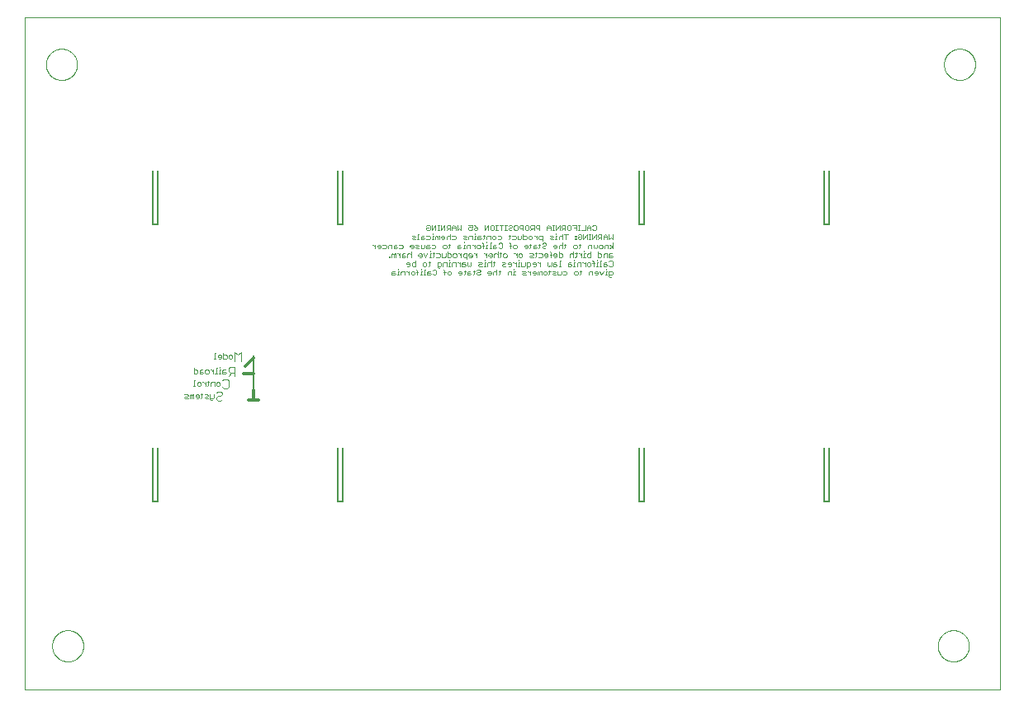
<source format=gbo>
G75*
%MOIN*%
%OFA0B0*%
%FSLAX25Y25*%
%IPPOS*%
%LPD*%
%AMOC8*
5,1,8,0,0,1.08239X$1,22.5*
%
%ADD10C,0.00000*%
%ADD11C,0.00800*%
%ADD12C,0.01200*%
%ADD13C,0.00500*%
%ADD14C,0.00300*%
%ADD15C,0.00200*%
D10*
X0001800Y0001800D02*
X0001800Y0273454D01*
X0395501Y0273454D01*
X0395501Y0001800D01*
X0001800Y0001800D01*
X0013001Y0019300D02*
X0013003Y0019458D01*
X0013009Y0019616D01*
X0013019Y0019774D01*
X0013033Y0019932D01*
X0013051Y0020089D01*
X0013072Y0020246D01*
X0013098Y0020402D01*
X0013128Y0020558D01*
X0013161Y0020713D01*
X0013199Y0020866D01*
X0013240Y0021019D01*
X0013285Y0021171D01*
X0013334Y0021322D01*
X0013387Y0021471D01*
X0013443Y0021619D01*
X0013503Y0021765D01*
X0013567Y0021910D01*
X0013635Y0022053D01*
X0013706Y0022195D01*
X0013780Y0022335D01*
X0013858Y0022472D01*
X0013940Y0022608D01*
X0014024Y0022742D01*
X0014113Y0022873D01*
X0014204Y0023002D01*
X0014299Y0023129D01*
X0014396Y0023254D01*
X0014497Y0023376D01*
X0014601Y0023495D01*
X0014708Y0023612D01*
X0014818Y0023726D01*
X0014931Y0023837D01*
X0015046Y0023946D01*
X0015164Y0024051D01*
X0015285Y0024153D01*
X0015408Y0024253D01*
X0015534Y0024349D01*
X0015662Y0024442D01*
X0015792Y0024532D01*
X0015925Y0024618D01*
X0016060Y0024702D01*
X0016196Y0024781D01*
X0016335Y0024858D01*
X0016476Y0024930D01*
X0016618Y0025000D01*
X0016762Y0025065D01*
X0016908Y0025127D01*
X0017055Y0025185D01*
X0017204Y0025240D01*
X0017354Y0025291D01*
X0017505Y0025338D01*
X0017657Y0025381D01*
X0017810Y0025420D01*
X0017965Y0025456D01*
X0018120Y0025487D01*
X0018276Y0025515D01*
X0018432Y0025539D01*
X0018589Y0025559D01*
X0018747Y0025575D01*
X0018904Y0025587D01*
X0019063Y0025595D01*
X0019221Y0025599D01*
X0019379Y0025599D01*
X0019537Y0025595D01*
X0019696Y0025587D01*
X0019853Y0025575D01*
X0020011Y0025559D01*
X0020168Y0025539D01*
X0020324Y0025515D01*
X0020480Y0025487D01*
X0020635Y0025456D01*
X0020790Y0025420D01*
X0020943Y0025381D01*
X0021095Y0025338D01*
X0021246Y0025291D01*
X0021396Y0025240D01*
X0021545Y0025185D01*
X0021692Y0025127D01*
X0021838Y0025065D01*
X0021982Y0025000D01*
X0022124Y0024930D01*
X0022265Y0024858D01*
X0022404Y0024781D01*
X0022540Y0024702D01*
X0022675Y0024618D01*
X0022808Y0024532D01*
X0022938Y0024442D01*
X0023066Y0024349D01*
X0023192Y0024253D01*
X0023315Y0024153D01*
X0023436Y0024051D01*
X0023554Y0023946D01*
X0023669Y0023837D01*
X0023782Y0023726D01*
X0023892Y0023612D01*
X0023999Y0023495D01*
X0024103Y0023376D01*
X0024204Y0023254D01*
X0024301Y0023129D01*
X0024396Y0023002D01*
X0024487Y0022873D01*
X0024576Y0022742D01*
X0024660Y0022608D01*
X0024742Y0022472D01*
X0024820Y0022335D01*
X0024894Y0022195D01*
X0024965Y0022053D01*
X0025033Y0021910D01*
X0025097Y0021765D01*
X0025157Y0021619D01*
X0025213Y0021471D01*
X0025266Y0021322D01*
X0025315Y0021171D01*
X0025360Y0021019D01*
X0025401Y0020866D01*
X0025439Y0020713D01*
X0025472Y0020558D01*
X0025502Y0020402D01*
X0025528Y0020246D01*
X0025549Y0020089D01*
X0025567Y0019932D01*
X0025581Y0019774D01*
X0025591Y0019616D01*
X0025597Y0019458D01*
X0025599Y0019300D01*
X0025597Y0019142D01*
X0025591Y0018984D01*
X0025581Y0018826D01*
X0025567Y0018668D01*
X0025549Y0018511D01*
X0025528Y0018354D01*
X0025502Y0018198D01*
X0025472Y0018042D01*
X0025439Y0017887D01*
X0025401Y0017734D01*
X0025360Y0017581D01*
X0025315Y0017429D01*
X0025266Y0017278D01*
X0025213Y0017129D01*
X0025157Y0016981D01*
X0025097Y0016835D01*
X0025033Y0016690D01*
X0024965Y0016547D01*
X0024894Y0016405D01*
X0024820Y0016265D01*
X0024742Y0016128D01*
X0024660Y0015992D01*
X0024576Y0015858D01*
X0024487Y0015727D01*
X0024396Y0015598D01*
X0024301Y0015471D01*
X0024204Y0015346D01*
X0024103Y0015224D01*
X0023999Y0015105D01*
X0023892Y0014988D01*
X0023782Y0014874D01*
X0023669Y0014763D01*
X0023554Y0014654D01*
X0023436Y0014549D01*
X0023315Y0014447D01*
X0023192Y0014347D01*
X0023066Y0014251D01*
X0022938Y0014158D01*
X0022808Y0014068D01*
X0022675Y0013982D01*
X0022540Y0013898D01*
X0022404Y0013819D01*
X0022265Y0013742D01*
X0022124Y0013670D01*
X0021982Y0013600D01*
X0021838Y0013535D01*
X0021692Y0013473D01*
X0021545Y0013415D01*
X0021396Y0013360D01*
X0021246Y0013309D01*
X0021095Y0013262D01*
X0020943Y0013219D01*
X0020790Y0013180D01*
X0020635Y0013144D01*
X0020480Y0013113D01*
X0020324Y0013085D01*
X0020168Y0013061D01*
X0020011Y0013041D01*
X0019853Y0013025D01*
X0019696Y0013013D01*
X0019537Y0013005D01*
X0019379Y0013001D01*
X0019221Y0013001D01*
X0019063Y0013005D01*
X0018904Y0013013D01*
X0018747Y0013025D01*
X0018589Y0013041D01*
X0018432Y0013061D01*
X0018276Y0013085D01*
X0018120Y0013113D01*
X0017965Y0013144D01*
X0017810Y0013180D01*
X0017657Y0013219D01*
X0017505Y0013262D01*
X0017354Y0013309D01*
X0017204Y0013360D01*
X0017055Y0013415D01*
X0016908Y0013473D01*
X0016762Y0013535D01*
X0016618Y0013600D01*
X0016476Y0013670D01*
X0016335Y0013742D01*
X0016196Y0013819D01*
X0016060Y0013898D01*
X0015925Y0013982D01*
X0015792Y0014068D01*
X0015662Y0014158D01*
X0015534Y0014251D01*
X0015408Y0014347D01*
X0015285Y0014447D01*
X0015164Y0014549D01*
X0015046Y0014654D01*
X0014931Y0014763D01*
X0014818Y0014874D01*
X0014708Y0014988D01*
X0014601Y0015105D01*
X0014497Y0015224D01*
X0014396Y0015346D01*
X0014299Y0015471D01*
X0014204Y0015598D01*
X0014113Y0015727D01*
X0014024Y0015858D01*
X0013940Y0015992D01*
X0013858Y0016128D01*
X0013780Y0016265D01*
X0013706Y0016405D01*
X0013635Y0016547D01*
X0013567Y0016690D01*
X0013503Y0016835D01*
X0013443Y0016981D01*
X0013387Y0017129D01*
X0013334Y0017278D01*
X0013285Y0017429D01*
X0013240Y0017581D01*
X0013199Y0017734D01*
X0013161Y0017887D01*
X0013128Y0018042D01*
X0013098Y0018198D01*
X0013072Y0018354D01*
X0013051Y0018511D01*
X0013033Y0018668D01*
X0013019Y0018826D01*
X0013009Y0018984D01*
X0013003Y0019142D01*
X0013001Y0019300D01*
X0010501Y0254300D02*
X0010503Y0254458D01*
X0010509Y0254616D01*
X0010519Y0254774D01*
X0010533Y0254932D01*
X0010551Y0255089D01*
X0010572Y0255246D01*
X0010598Y0255402D01*
X0010628Y0255558D01*
X0010661Y0255713D01*
X0010699Y0255866D01*
X0010740Y0256019D01*
X0010785Y0256171D01*
X0010834Y0256322D01*
X0010887Y0256471D01*
X0010943Y0256619D01*
X0011003Y0256765D01*
X0011067Y0256910D01*
X0011135Y0257053D01*
X0011206Y0257195D01*
X0011280Y0257335D01*
X0011358Y0257472D01*
X0011440Y0257608D01*
X0011524Y0257742D01*
X0011613Y0257873D01*
X0011704Y0258002D01*
X0011799Y0258129D01*
X0011896Y0258254D01*
X0011997Y0258376D01*
X0012101Y0258495D01*
X0012208Y0258612D01*
X0012318Y0258726D01*
X0012431Y0258837D01*
X0012546Y0258946D01*
X0012664Y0259051D01*
X0012785Y0259153D01*
X0012908Y0259253D01*
X0013034Y0259349D01*
X0013162Y0259442D01*
X0013292Y0259532D01*
X0013425Y0259618D01*
X0013560Y0259702D01*
X0013696Y0259781D01*
X0013835Y0259858D01*
X0013976Y0259930D01*
X0014118Y0260000D01*
X0014262Y0260065D01*
X0014408Y0260127D01*
X0014555Y0260185D01*
X0014704Y0260240D01*
X0014854Y0260291D01*
X0015005Y0260338D01*
X0015157Y0260381D01*
X0015310Y0260420D01*
X0015465Y0260456D01*
X0015620Y0260487D01*
X0015776Y0260515D01*
X0015932Y0260539D01*
X0016089Y0260559D01*
X0016247Y0260575D01*
X0016404Y0260587D01*
X0016563Y0260595D01*
X0016721Y0260599D01*
X0016879Y0260599D01*
X0017037Y0260595D01*
X0017196Y0260587D01*
X0017353Y0260575D01*
X0017511Y0260559D01*
X0017668Y0260539D01*
X0017824Y0260515D01*
X0017980Y0260487D01*
X0018135Y0260456D01*
X0018290Y0260420D01*
X0018443Y0260381D01*
X0018595Y0260338D01*
X0018746Y0260291D01*
X0018896Y0260240D01*
X0019045Y0260185D01*
X0019192Y0260127D01*
X0019338Y0260065D01*
X0019482Y0260000D01*
X0019624Y0259930D01*
X0019765Y0259858D01*
X0019904Y0259781D01*
X0020040Y0259702D01*
X0020175Y0259618D01*
X0020308Y0259532D01*
X0020438Y0259442D01*
X0020566Y0259349D01*
X0020692Y0259253D01*
X0020815Y0259153D01*
X0020936Y0259051D01*
X0021054Y0258946D01*
X0021169Y0258837D01*
X0021282Y0258726D01*
X0021392Y0258612D01*
X0021499Y0258495D01*
X0021603Y0258376D01*
X0021704Y0258254D01*
X0021801Y0258129D01*
X0021896Y0258002D01*
X0021987Y0257873D01*
X0022076Y0257742D01*
X0022160Y0257608D01*
X0022242Y0257472D01*
X0022320Y0257335D01*
X0022394Y0257195D01*
X0022465Y0257053D01*
X0022533Y0256910D01*
X0022597Y0256765D01*
X0022657Y0256619D01*
X0022713Y0256471D01*
X0022766Y0256322D01*
X0022815Y0256171D01*
X0022860Y0256019D01*
X0022901Y0255866D01*
X0022939Y0255713D01*
X0022972Y0255558D01*
X0023002Y0255402D01*
X0023028Y0255246D01*
X0023049Y0255089D01*
X0023067Y0254932D01*
X0023081Y0254774D01*
X0023091Y0254616D01*
X0023097Y0254458D01*
X0023099Y0254300D01*
X0023097Y0254142D01*
X0023091Y0253984D01*
X0023081Y0253826D01*
X0023067Y0253668D01*
X0023049Y0253511D01*
X0023028Y0253354D01*
X0023002Y0253198D01*
X0022972Y0253042D01*
X0022939Y0252887D01*
X0022901Y0252734D01*
X0022860Y0252581D01*
X0022815Y0252429D01*
X0022766Y0252278D01*
X0022713Y0252129D01*
X0022657Y0251981D01*
X0022597Y0251835D01*
X0022533Y0251690D01*
X0022465Y0251547D01*
X0022394Y0251405D01*
X0022320Y0251265D01*
X0022242Y0251128D01*
X0022160Y0250992D01*
X0022076Y0250858D01*
X0021987Y0250727D01*
X0021896Y0250598D01*
X0021801Y0250471D01*
X0021704Y0250346D01*
X0021603Y0250224D01*
X0021499Y0250105D01*
X0021392Y0249988D01*
X0021282Y0249874D01*
X0021169Y0249763D01*
X0021054Y0249654D01*
X0020936Y0249549D01*
X0020815Y0249447D01*
X0020692Y0249347D01*
X0020566Y0249251D01*
X0020438Y0249158D01*
X0020308Y0249068D01*
X0020175Y0248982D01*
X0020040Y0248898D01*
X0019904Y0248819D01*
X0019765Y0248742D01*
X0019624Y0248670D01*
X0019482Y0248600D01*
X0019338Y0248535D01*
X0019192Y0248473D01*
X0019045Y0248415D01*
X0018896Y0248360D01*
X0018746Y0248309D01*
X0018595Y0248262D01*
X0018443Y0248219D01*
X0018290Y0248180D01*
X0018135Y0248144D01*
X0017980Y0248113D01*
X0017824Y0248085D01*
X0017668Y0248061D01*
X0017511Y0248041D01*
X0017353Y0248025D01*
X0017196Y0248013D01*
X0017037Y0248005D01*
X0016879Y0248001D01*
X0016721Y0248001D01*
X0016563Y0248005D01*
X0016404Y0248013D01*
X0016247Y0248025D01*
X0016089Y0248041D01*
X0015932Y0248061D01*
X0015776Y0248085D01*
X0015620Y0248113D01*
X0015465Y0248144D01*
X0015310Y0248180D01*
X0015157Y0248219D01*
X0015005Y0248262D01*
X0014854Y0248309D01*
X0014704Y0248360D01*
X0014555Y0248415D01*
X0014408Y0248473D01*
X0014262Y0248535D01*
X0014118Y0248600D01*
X0013976Y0248670D01*
X0013835Y0248742D01*
X0013696Y0248819D01*
X0013560Y0248898D01*
X0013425Y0248982D01*
X0013292Y0249068D01*
X0013162Y0249158D01*
X0013034Y0249251D01*
X0012908Y0249347D01*
X0012785Y0249447D01*
X0012664Y0249549D01*
X0012546Y0249654D01*
X0012431Y0249763D01*
X0012318Y0249874D01*
X0012208Y0249988D01*
X0012101Y0250105D01*
X0011997Y0250224D01*
X0011896Y0250346D01*
X0011799Y0250471D01*
X0011704Y0250598D01*
X0011613Y0250727D01*
X0011524Y0250858D01*
X0011440Y0250992D01*
X0011358Y0251128D01*
X0011280Y0251265D01*
X0011206Y0251405D01*
X0011135Y0251547D01*
X0011067Y0251690D01*
X0011003Y0251835D01*
X0010943Y0251981D01*
X0010887Y0252129D01*
X0010834Y0252278D01*
X0010785Y0252429D01*
X0010740Y0252581D01*
X0010699Y0252734D01*
X0010661Y0252887D01*
X0010628Y0253042D01*
X0010598Y0253198D01*
X0010572Y0253354D01*
X0010551Y0253511D01*
X0010533Y0253668D01*
X0010519Y0253826D01*
X0010509Y0253984D01*
X0010503Y0254142D01*
X0010501Y0254300D01*
X0370501Y0019300D02*
X0370503Y0019458D01*
X0370509Y0019616D01*
X0370519Y0019774D01*
X0370533Y0019932D01*
X0370551Y0020089D01*
X0370572Y0020246D01*
X0370598Y0020402D01*
X0370628Y0020558D01*
X0370661Y0020713D01*
X0370699Y0020866D01*
X0370740Y0021019D01*
X0370785Y0021171D01*
X0370834Y0021322D01*
X0370887Y0021471D01*
X0370943Y0021619D01*
X0371003Y0021765D01*
X0371067Y0021910D01*
X0371135Y0022053D01*
X0371206Y0022195D01*
X0371280Y0022335D01*
X0371358Y0022472D01*
X0371440Y0022608D01*
X0371524Y0022742D01*
X0371613Y0022873D01*
X0371704Y0023002D01*
X0371799Y0023129D01*
X0371896Y0023254D01*
X0371997Y0023376D01*
X0372101Y0023495D01*
X0372208Y0023612D01*
X0372318Y0023726D01*
X0372431Y0023837D01*
X0372546Y0023946D01*
X0372664Y0024051D01*
X0372785Y0024153D01*
X0372908Y0024253D01*
X0373034Y0024349D01*
X0373162Y0024442D01*
X0373292Y0024532D01*
X0373425Y0024618D01*
X0373560Y0024702D01*
X0373696Y0024781D01*
X0373835Y0024858D01*
X0373976Y0024930D01*
X0374118Y0025000D01*
X0374262Y0025065D01*
X0374408Y0025127D01*
X0374555Y0025185D01*
X0374704Y0025240D01*
X0374854Y0025291D01*
X0375005Y0025338D01*
X0375157Y0025381D01*
X0375310Y0025420D01*
X0375465Y0025456D01*
X0375620Y0025487D01*
X0375776Y0025515D01*
X0375932Y0025539D01*
X0376089Y0025559D01*
X0376247Y0025575D01*
X0376404Y0025587D01*
X0376563Y0025595D01*
X0376721Y0025599D01*
X0376879Y0025599D01*
X0377037Y0025595D01*
X0377196Y0025587D01*
X0377353Y0025575D01*
X0377511Y0025559D01*
X0377668Y0025539D01*
X0377824Y0025515D01*
X0377980Y0025487D01*
X0378135Y0025456D01*
X0378290Y0025420D01*
X0378443Y0025381D01*
X0378595Y0025338D01*
X0378746Y0025291D01*
X0378896Y0025240D01*
X0379045Y0025185D01*
X0379192Y0025127D01*
X0379338Y0025065D01*
X0379482Y0025000D01*
X0379624Y0024930D01*
X0379765Y0024858D01*
X0379904Y0024781D01*
X0380040Y0024702D01*
X0380175Y0024618D01*
X0380308Y0024532D01*
X0380438Y0024442D01*
X0380566Y0024349D01*
X0380692Y0024253D01*
X0380815Y0024153D01*
X0380936Y0024051D01*
X0381054Y0023946D01*
X0381169Y0023837D01*
X0381282Y0023726D01*
X0381392Y0023612D01*
X0381499Y0023495D01*
X0381603Y0023376D01*
X0381704Y0023254D01*
X0381801Y0023129D01*
X0381896Y0023002D01*
X0381987Y0022873D01*
X0382076Y0022742D01*
X0382160Y0022608D01*
X0382242Y0022472D01*
X0382320Y0022335D01*
X0382394Y0022195D01*
X0382465Y0022053D01*
X0382533Y0021910D01*
X0382597Y0021765D01*
X0382657Y0021619D01*
X0382713Y0021471D01*
X0382766Y0021322D01*
X0382815Y0021171D01*
X0382860Y0021019D01*
X0382901Y0020866D01*
X0382939Y0020713D01*
X0382972Y0020558D01*
X0383002Y0020402D01*
X0383028Y0020246D01*
X0383049Y0020089D01*
X0383067Y0019932D01*
X0383081Y0019774D01*
X0383091Y0019616D01*
X0383097Y0019458D01*
X0383099Y0019300D01*
X0383097Y0019142D01*
X0383091Y0018984D01*
X0383081Y0018826D01*
X0383067Y0018668D01*
X0383049Y0018511D01*
X0383028Y0018354D01*
X0383002Y0018198D01*
X0382972Y0018042D01*
X0382939Y0017887D01*
X0382901Y0017734D01*
X0382860Y0017581D01*
X0382815Y0017429D01*
X0382766Y0017278D01*
X0382713Y0017129D01*
X0382657Y0016981D01*
X0382597Y0016835D01*
X0382533Y0016690D01*
X0382465Y0016547D01*
X0382394Y0016405D01*
X0382320Y0016265D01*
X0382242Y0016128D01*
X0382160Y0015992D01*
X0382076Y0015858D01*
X0381987Y0015727D01*
X0381896Y0015598D01*
X0381801Y0015471D01*
X0381704Y0015346D01*
X0381603Y0015224D01*
X0381499Y0015105D01*
X0381392Y0014988D01*
X0381282Y0014874D01*
X0381169Y0014763D01*
X0381054Y0014654D01*
X0380936Y0014549D01*
X0380815Y0014447D01*
X0380692Y0014347D01*
X0380566Y0014251D01*
X0380438Y0014158D01*
X0380308Y0014068D01*
X0380175Y0013982D01*
X0380040Y0013898D01*
X0379904Y0013819D01*
X0379765Y0013742D01*
X0379624Y0013670D01*
X0379482Y0013600D01*
X0379338Y0013535D01*
X0379192Y0013473D01*
X0379045Y0013415D01*
X0378896Y0013360D01*
X0378746Y0013309D01*
X0378595Y0013262D01*
X0378443Y0013219D01*
X0378290Y0013180D01*
X0378135Y0013144D01*
X0377980Y0013113D01*
X0377824Y0013085D01*
X0377668Y0013061D01*
X0377511Y0013041D01*
X0377353Y0013025D01*
X0377196Y0013013D01*
X0377037Y0013005D01*
X0376879Y0013001D01*
X0376721Y0013001D01*
X0376563Y0013005D01*
X0376404Y0013013D01*
X0376247Y0013025D01*
X0376089Y0013041D01*
X0375932Y0013061D01*
X0375776Y0013085D01*
X0375620Y0013113D01*
X0375465Y0013144D01*
X0375310Y0013180D01*
X0375157Y0013219D01*
X0375005Y0013262D01*
X0374854Y0013309D01*
X0374704Y0013360D01*
X0374555Y0013415D01*
X0374408Y0013473D01*
X0374262Y0013535D01*
X0374118Y0013600D01*
X0373976Y0013670D01*
X0373835Y0013742D01*
X0373696Y0013819D01*
X0373560Y0013898D01*
X0373425Y0013982D01*
X0373292Y0014068D01*
X0373162Y0014158D01*
X0373034Y0014251D01*
X0372908Y0014347D01*
X0372785Y0014447D01*
X0372664Y0014549D01*
X0372546Y0014654D01*
X0372431Y0014763D01*
X0372318Y0014874D01*
X0372208Y0014988D01*
X0372101Y0015105D01*
X0371997Y0015224D01*
X0371896Y0015346D01*
X0371799Y0015471D01*
X0371704Y0015598D01*
X0371613Y0015727D01*
X0371524Y0015858D01*
X0371440Y0015992D01*
X0371358Y0016128D01*
X0371280Y0016265D01*
X0371206Y0016405D01*
X0371135Y0016547D01*
X0371067Y0016690D01*
X0371003Y0016835D01*
X0370943Y0016981D01*
X0370887Y0017129D01*
X0370834Y0017278D01*
X0370785Y0017429D01*
X0370740Y0017581D01*
X0370699Y0017734D01*
X0370661Y0017887D01*
X0370628Y0018042D01*
X0370598Y0018198D01*
X0370572Y0018354D01*
X0370551Y0018511D01*
X0370533Y0018668D01*
X0370519Y0018826D01*
X0370509Y0018984D01*
X0370503Y0019142D01*
X0370501Y0019300D01*
X0373001Y0254300D02*
X0373003Y0254458D01*
X0373009Y0254616D01*
X0373019Y0254774D01*
X0373033Y0254932D01*
X0373051Y0255089D01*
X0373072Y0255246D01*
X0373098Y0255402D01*
X0373128Y0255558D01*
X0373161Y0255713D01*
X0373199Y0255866D01*
X0373240Y0256019D01*
X0373285Y0256171D01*
X0373334Y0256322D01*
X0373387Y0256471D01*
X0373443Y0256619D01*
X0373503Y0256765D01*
X0373567Y0256910D01*
X0373635Y0257053D01*
X0373706Y0257195D01*
X0373780Y0257335D01*
X0373858Y0257472D01*
X0373940Y0257608D01*
X0374024Y0257742D01*
X0374113Y0257873D01*
X0374204Y0258002D01*
X0374299Y0258129D01*
X0374396Y0258254D01*
X0374497Y0258376D01*
X0374601Y0258495D01*
X0374708Y0258612D01*
X0374818Y0258726D01*
X0374931Y0258837D01*
X0375046Y0258946D01*
X0375164Y0259051D01*
X0375285Y0259153D01*
X0375408Y0259253D01*
X0375534Y0259349D01*
X0375662Y0259442D01*
X0375792Y0259532D01*
X0375925Y0259618D01*
X0376060Y0259702D01*
X0376196Y0259781D01*
X0376335Y0259858D01*
X0376476Y0259930D01*
X0376618Y0260000D01*
X0376762Y0260065D01*
X0376908Y0260127D01*
X0377055Y0260185D01*
X0377204Y0260240D01*
X0377354Y0260291D01*
X0377505Y0260338D01*
X0377657Y0260381D01*
X0377810Y0260420D01*
X0377965Y0260456D01*
X0378120Y0260487D01*
X0378276Y0260515D01*
X0378432Y0260539D01*
X0378589Y0260559D01*
X0378747Y0260575D01*
X0378904Y0260587D01*
X0379063Y0260595D01*
X0379221Y0260599D01*
X0379379Y0260599D01*
X0379537Y0260595D01*
X0379696Y0260587D01*
X0379853Y0260575D01*
X0380011Y0260559D01*
X0380168Y0260539D01*
X0380324Y0260515D01*
X0380480Y0260487D01*
X0380635Y0260456D01*
X0380790Y0260420D01*
X0380943Y0260381D01*
X0381095Y0260338D01*
X0381246Y0260291D01*
X0381396Y0260240D01*
X0381545Y0260185D01*
X0381692Y0260127D01*
X0381838Y0260065D01*
X0381982Y0260000D01*
X0382124Y0259930D01*
X0382265Y0259858D01*
X0382404Y0259781D01*
X0382540Y0259702D01*
X0382675Y0259618D01*
X0382808Y0259532D01*
X0382938Y0259442D01*
X0383066Y0259349D01*
X0383192Y0259253D01*
X0383315Y0259153D01*
X0383436Y0259051D01*
X0383554Y0258946D01*
X0383669Y0258837D01*
X0383782Y0258726D01*
X0383892Y0258612D01*
X0383999Y0258495D01*
X0384103Y0258376D01*
X0384204Y0258254D01*
X0384301Y0258129D01*
X0384396Y0258002D01*
X0384487Y0257873D01*
X0384576Y0257742D01*
X0384660Y0257608D01*
X0384742Y0257472D01*
X0384820Y0257335D01*
X0384894Y0257195D01*
X0384965Y0257053D01*
X0385033Y0256910D01*
X0385097Y0256765D01*
X0385157Y0256619D01*
X0385213Y0256471D01*
X0385266Y0256322D01*
X0385315Y0256171D01*
X0385360Y0256019D01*
X0385401Y0255866D01*
X0385439Y0255713D01*
X0385472Y0255558D01*
X0385502Y0255402D01*
X0385528Y0255246D01*
X0385549Y0255089D01*
X0385567Y0254932D01*
X0385581Y0254774D01*
X0385591Y0254616D01*
X0385597Y0254458D01*
X0385599Y0254300D01*
X0385597Y0254142D01*
X0385591Y0253984D01*
X0385581Y0253826D01*
X0385567Y0253668D01*
X0385549Y0253511D01*
X0385528Y0253354D01*
X0385502Y0253198D01*
X0385472Y0253042D01*
X0385439Y0252887D01*
X0385401Y0252734D01*
X0385360Y0252581D01*
X0385315Y0252429D01*
X0385266Y0252278D01*
X0385213Y0252129D01*
X0385157Y0251981D01*
X0385097Y0251835D01*
X0385033Y0251690D01*
X0384965Y0251547D01*
X0384894Y0251405D01*
X0384820Y0251265D01*
X0384742Y0251128D01*
X0384660Y0250992D01*
X0384576Y0250858D01*
X0384487Y0250727D01*
X0384396Y0250598D01*
X0384301Y0250471D01*
X0384204Y0250346D01*
X0384103Y0250224D01*
X0383999Y0250105D01*
X0383892Y0249988D01*
X0383782Y0249874D01*
X0383669Y0249763D01*
X0383554Y0249654D01*
X0383436Y0249549D01*
X0383315Y0249447D01*
X0383192Y0249347D01*
X0383066Y0249251D01*
X0382938Y0249158D01*
X0382808Y0249068D01*
X0382675Y0248982D01*
X0382540Y0248898D01*
X0382404Y0248819D01*
X0382265Y0248742D01*
X0382124Y0248670D01*
X0381982Y0248600D01*
X0381838Y0248535D01*
X0381692Y0248473D01*
X0381545Y0248415D01*
X0381396Y0248360D01*
X0381246Y0248309D01*
X0381095Y0248262D01*
X0380943Y0248219D01*
X0380790Y0248180D01*
X0380635Y0248144D01*
X0380480Y0248113D01*
X0380324Y0248085D01*
X0380168Y0248061D01*
X0380011Y0248041D01*
X0379853Y0248025D01*
X0379696Y0248013D01*
X0379537Y0248005D01*
X0379379Y0248001D01*
X0379221Y0248001D01*
X0379063Y0248005D01*
X0378904Y0248013D01*
X0378747Y0248025D01*
X0378589Y0248041D01*
X0378432Y0248061D01*
X0378276Y0248085D01*
X0378120Y0248113D01*
X0377965Y0248144D01*
X0377810Y0248180D01*
X0377657Y0248219D01*
X0377505Y0248262D01*
X0377354Y0248309D01*
X0377204Y0248360D01*
X0377055Y0248415D01*
X0376908Y0248473D01*
X0376762Y0248535D01*
X0376618Y0248600D01*
X0376476Y0248670D01*
X0376335Y0248742D01*
X0376196Y0248819D01*
X0376060Y0248898D01*
X0375925Y0248982D01*
X0375792Y0249068D01*
X0375662Y0249158D01*
X0375534Y0249251D01*
X0375408Y0249347D01*
X0375285Y0249447D01*
X0375164Y0249549D01*
X0375046Y0249654D01*
X0374931Y0249763D01*
X0374818Y0249874D01*
X0374708Y0249988D01*
X0374601Y0250105D01*
X0374497Y0250224D01*
X0374396Y0250346D01*
X0374299Y0250471D01*
X0374204Y0250598D01*
X0374113Y0250727D01*
X0374024Y0250858D01*
X0373940Y0250992D01*
X0373858Y0251128D01*
X0373780Y0251265D01*
X0373706Y0251405D01*
X0373635Y0251547D01*
X0373567Y0251690D01*
X0373503Y0251835D01*
X0373443Y0251981D01*
X0373387Y0252129D01*
X0373334Y0252278D01*
X0373285Y0252429D01*
X0373240Y0252581D01*
X0373199Y0252734D01*
X0373161Y0252887D01*
X0373128Y0253042D01*
X0373098Y0253198D01*
X0373072Y0253354D01*
X0373051Y0253511D01*
X0373033Y0253668D01*
X0373019Y0253826D01*
X0373009Y0253984D01*
X0373003Y0254142D01*
X0373001Y0254300D01*
D11*
X0326686Y0211202D02*
X0326686Y0189548D01*
X0326599Y0189548D02*
X0324717Y0189548D01*
X0324717Y0211202D01*
X0251981Y0211202D02*
X0251981Y0189548D01*
X0250099Y0189548D01*
X0250013Y0189548D02*
X0250013Y0211202D01*
X0130186Y0211202D02*
X0130186Y0189548D01*
X0130099Y0189548D02*
X0128217Y0189548D01*
X0128217Y0211202D01*
X0055481Y0211202D02*
X0055481Y0189548D01*
X0053599Y0189548D01*
X0053513Y0189548D02*
X0053513Y0211202D01*
X0053513Y0099202D02*
X0053513Y0077548D01*
X0053599Y0077548D02*
X0055481Y0077548D01*
X0055481Y0099202D01*
X0128217Y0099202D02*
X0128217Y0077548D01*
X0130099Y0077548D01*
X0130186Y0077548D02*
X0130186Y0099202D01*
X0250013Y0099202D02*
X0250013Y0077548D01*
X0250099Y0077548D02*
X0251981Y0077548D01*
X0251981Y0099202D01*
X0324717Y0099202D02*
X0324717Y0077548D01*
X0326599Y0077548D01*
X0326686Y0077548D02*
X0326686Y0099202D01*
D12*
X0096300Y0118800D02*
X0094300Y0118800D01*
X0094300Y0122800D01*
X0094300Y0118800D02*
X0092300Y0118800D01*
X0094300Y0129300D02*
X0090300Y0129300D01*
X0090800Y0132300D02*
X0094300Y0135800D01*
D13*
X0094300Y0129300D01*
X0094300Y0122800D01*
X0094300Y0135800D02*
X0094300Y0136800D01*
D14*
X0089150Y0138153D02*
X0089150Y0134450D01*
X0086681Y0134450D02*
X0086681Y0138153D01*
X0087916Y0136919D01*
X0089150Y0138153D01*
X0086650Y0132153D02*
X0084798Y0132153D01*
X0084181Y0131536D01*
X0084181Y0130302D01*
X0084798Y0129684D01*
X0086650Y0129684D01*
X0086650Y0128450D02*
X0086650Y0132153D01*
X0085416Y0129684D02*
X0084181Y0128450D01*
X0083533Y0127153D02*
X0084150Y0126536D01*
X0084150Y0124067D01*
X0083533Y0123450D01*
X0082298Y0123450D01*
X0081681Y0124067D01*
X0081033Y0122153D02*
X0081650Y0121536D01*
X0081650Y0120919D01*
X0081033Y0120302D01*
X0079798Y0120302D01*
X0079181Y0119684D01*
X0079181Y0119067D01*
X0079798Y0118450D01*
X0081033Y0118450D01*
X0081650Y0119067D01*
X0081033Y0122153D02*
X0079798Y0122153D01*
X0079181Y0121536D01*
X0081681Y0126536D02*
X0082298Y0127153D01*
X0083533Y0127153D01*
D15*
X0082833Y0129400D02*
X0083200Y0129767D01*
X0082833Y0130134D01*
X0081732Y0130134D01*
X0081732Y0130501D02*
X0081732Y0129400D01*
X0082833Y0129400D01*
X0082833Y0130868D02*
X0082099Y0130868D01*
X0081732Y0130501D01*
X0080990Y0130868D02*
X0080623Y0130868D01*
X0080623Y0129400D01*
X0080990Y0129400D02*
X0080256Y0129400D01*
X0079517Y0129400D02*
X0078783Y0129400D01*
X0079150Y0129400D02*
X0079150Y0131602D01*
X0079517Y0131602D01*
X0080623Y0131602D02*
X0080623Y0131969D01*
X0078044Y0130868D02*
X0078044Y0129400D01*
X0078044Y0130134D02*
X0077310Y0130868D01*
X0076943Y0130868D01*
X0076202Y0130501D02*
X0076202Y0129767D01*
X0075835Y0129400D01*
X0075101Y0129400D01*
X0074734Y0129767D01*
X0074734Y0130501D01*
X0075101Y0130868D01*
X0075835Y0130868D01*
X0076202Y0130501D01*
X0073992Y0129767D02*
X0073625Y0130134D01*
X0072524Y0130134D01*
X0072524Y0130501D02*
X0072524Y0129400D01*
X0073625Y0129400D01*
X0073992Y0129767D01*
X0073625Y0130868D02*
X0072891Y0130868D01*
X0072524Y0130501D01*
X0071782Y0130501D02*
X0071415Y0130868D01*
X0070314Y0130868D01*
X0070314Y0131602D02*
X0070314Y0129400D01*
X0071415Y0129400D01*
X0071782Y0129767D01*
X0071782Y0130501D01*
X0070756Y0126602D02*
X0070389Y0126602D01*
X0070389Y0124400D01*
X0070756Y0124400D02*
X0070022Y0124400D01*
X0071498Y0124767D02*
X0071498Y0125501D01*
X0071864Y0125868D01*
X0072598Y0125868D01*
X0072965Y0125501D01*
X0072965Y0124767D01*
X0072598Y0124400D01*
X0071864Y0124400D01*
X0071498Y0124767D01*
X0073706Y0125868D02*
X0074073Y0125868D01*
X0074807Y0125134D01*
X0074807Y0124400D02*
X0074807Y0125868D01*
X0075546Y0125868D02*
X0076280Y0125868D01*
X0075913Y0126235D02*
X0075913Y0124767D01*
X0075546Y0124400D01*
X0077022Y0124400D02*
X0077022Y0125501D01*
X0077389Y0125868D01*
X0078490Y0125868D01*
X0078490Y0124400D01*
X0079232Y0124767D02*
X0079232Y0125501D01*
X0079599Y0125868D01*
X0080333Y0125868D01*
X0080700Y0125501D01*
X0080700Y0124767D01*
X0080333Y0124400D01*
X0079599Y0124400D01*
X0079232Y0124767D01*
X0078200Y0120868D02*
X0078200Y0119767D01*
X0077833Y0119400D01*
X0076732Y0119400D01*
X0076732Y0119033D02*
X0077099Y0118666D01*
X0077466Y0118666D01*
X0076732Y0119033D02*
X0076732Y0120868D01*
X0075990Y0120501D02*
X0075623Y0120134D01*
X0074889Y0120134D01*
X0074522Y0119767D01*
X0074889Y0119400D01*
X0075990Y0119400D01*
X0075990Y0120501D02*
X0075623Y0120868D01*
X0074522Y0120868D01*
X0073780Y0120868D02*
X0073046Y0120868D01*
X0073413Y0121235D02*
X0073413Y0119767D01*
X0073046Y0119400D01*
X0072307Y0119767D02*
X0072307Y0120501D01*
X0071940Y0120868D01*
X0071206Y0120868D01*
X0070839Y0120501D01*
X0070839Y0120134D01*
X0072307Y0120134D01*
X0072307Y0119767D02*
X0071940Y0119400D01*
X0071206Y0119400D01*
X0070097Y0119400D02*
X0070097Y0120868D01*
X0069730Y0120868D01*
X0069363Y0120501D01*
X0068996Y0120868D01*
X0068629Y0120501D01*
X0068629Y0119400D01*
X0069363Y0119400D02*
X0069363Y0120501D01*
X0067887Y0120501D02*
X0067520Y0120868D01*
X0066419Y0120868D01*
X0066786Y0120134D02*
X0067520Y0120134D01*
X0067887Y0120501D01*
X0067887Y0119400D02*
X0066786Y0119400D01*
X0066419Y0119767D01*
X0066786Y0120134D01*
X0078336Y0135400D02*
X0079070Y0135400D01*
X0078703Y0135400D02*
X0078703Y0137602D01*
X0079070Y0137602D01*
X0079812Y0136501D02*
X0079812Y0136134D01*
X0081280Y0136134D01*
X0081280Y0136501D02*
X0080913Y0136868D01*
X0080179Y0136868D01*
X0079812Y0136501D01*
X0080179Y0135400D02*
X0080913Y0135400D01*
X0081280Y0135767D01*
X0081280Y0136501D01*
X0082022Y0136868D02*
X0083123Y0136868D01*
X0083490Y0136501D01*
X0083490Y0135767D01*
X0083123Y0135400D01*
X0082022Y0135400D01*
X0082022Y0137602D01*
X0084232Y0136501D02*
X0084599Y0136868D01*
X0085333Y0136868D01*
X0085700Y0136501D01*
X0085700Y0135767D01*
X0085333Y0135400D01*
X0084599Y0135400D01*
X0084232Y0135767D01*
X0084232Y0136501D01*
X0143439Y0180000D02*
X0143439Y0181468D01*
X0143439Y0180734D02*
X0142705Y0181468D01*
X0142338Y0181468D01*
X0144181Y0181101D02*
X0144181Y0180734D01*
X0145648Y0180734D01*
X0145648Y0181101D02*
X0145281Y0181468D01*
X0144547Y0181468D01*
X0144181Y0181101D01*
X0144547Y0180000D02*
X0145281Y0180000D01*
X0145648Y0180367D01*
X0145648Y0181101D01*
X0146390Y0181468D02*
X0147491Y0181468D01*
X0147858Y0181101D01*
X0147858Y0180367D01*
X0147491Y0180000D01*
X0146390Y0180000D01*
X0148600Y0180000D02*
X0148600Y0181101D01*
X0148967Y0181468D01*
X0150068Y0181468D01*
X0150068Y0180000D01*
X0150810Y0180000D02*
X0151911Y0180000D01*
X0152278Y0180367D01*
X0151911Y0180734D01*
X0150810Y0180734D01*
X0150810Y0181101D02*
X0150810Y0180000D01*
X0150810Y0181101D02*
X0151177Y0181468D01*
X0151911Y0181468D01*
X0153020Y0181468D02*
X0154121Y0181468D01*
X0154488Y0181101D01*
X0154488Y0180367D01*
X0154121Y0180000D01*
X0153020Y0180000D01*
X0153383Y0177868D02*
X0153383Y0176400D01*
X0153383Y0177134D02*
X0152649Y0177868D01*
X0152282Y0177868D01*
X0151541Y0177868D02*
X0151174Y0177868D01*
X0150807Y0177501D01*
X0150440Y0177868D01*
X0150073Y0177501D01*
X0150073Y0176400D01*
X0150807Y0176400D02*
X0150807Y0177501D01*
X0151541Y0177868D02*
X0151541Y0176400D01*
X0149332Y0176400D02*
X0148965Y0176400D01*
X0148965Y0176767D01*
X0149332Y0176767D01*
X0149332Y0176400D01*
X0154125Y0176400D02*
X0155226Y0176400D01*
X0155593Y0176767D01*
X0155226Y0177134D01*
X0154125Y0177134D01*
X0154125Y0177501D02*
X0154125Y0176400D01*
X0154125Y0177501D02*
X0154492Y0177868D01*
X0155226Y0177868D01*
X0156335Y0177501D02*
X0156335Y0176400D01*
X0156335Y0177501D02*
X0156702Y0177868D01*
X0157436Y0177868D01*
X0157803Y0177501D01*
X0157803Y0178602D02*
X0157803Y0176400D01*
X0157067Y0174268D02*
X0156334Y0174268D01*
X0155967Y0173901D01*
X0155967Y0173534D01*
X0157434Y0173534D01*
X0157434Y0173901D02*
X0157067Y0174268D01*
X0157434Y0173901D02*
X0157434Y0173167D01*
X0157067Y0172800D01*
X0156334Y0172800D01*
X0158176Y0173167D02*
X0158543Y0172800D01*
X0159644Y0172800D01*
X0159644Y0175002D01*
X0159644Y0174268D02*
X0158543Y0174268D01*
X0158176Y0173901D01*
X0158176Y0173167D01*
X0158175Y0170668D02*
X0158909Y0170668D01*
X0159276Y0170301D01*
X0159276Y0169567D01*
X0158909Y0169200D01*
X0158175Y0169200D01*
X0157808Y0169567D01*
X0157808Y0170301D01*
X0158175Y0170668D01*
X0157066Y0170668D02*
X0157066Y0169200D01*
X0157066Y0169934D02*
X0156332Y0170668D01*
X0155965Y0170668D01*
X0155225Y0170668D02*
X0155225Y0169200D01*
X0155225Y0170668D02*
X0154124Y0170668D01*
X0153757Y0170301D01*
X0153757Y0169200D01*
X0153015Y0169200D02*
X0152281Y0169200D01*
X0152648Y0169200D02*
X0152648Y0170668D01*
X0153015Y0170668D01*
X0152648Y0171402D02*
X0152648Y0171769D01*
X0151174Y0170668D02*
X0150441Y0170668D01*
X0150074Y0170301D01*
X0150074Y0169200D01*
X0151174Y0169200D01*
X0151541Y0169567D01*
X0151174Y0169934D01*
X0150074Y0169934D01*
X0160015Y0170301D02*
X0160749Y0170301D01*
X0160382Y0171035D02*
X0160015Y0171402D01*
X0160382Y0171035D02*
X0160382Y0169200D01*
X0161489Y0169200D02*
X0162223Y0169200D01*
X0161856Y0169200D02*
X0161856Y0170668D01*
X0162223Y0170668D01*
X0161856Y0171402D02*
X0161856Y0171769D01*
X0162963Y0172800D02*
X0162596Y0173167D01*
X0162596Y0173901D01*
X0162963Y0174268D01*
X0163697Y0174268D01*
X0164064Y0173901D01*
X0164064Y0173167D01*
X0163697Y0172800D01*
X0162963Y0172800D01*
X0163329Y0171402D02*
X0163329Y0169200D01*
X0163696Y0169200D02*
X0162962Y0169200D01*
X0164438Y0169200D02*
X0164438Y0170301D01*
X0164805Y0170668D01*
X0165539Y0170668D01*
X0165539Y0169934D02*
X0164438Y0169934D01*
X0164438Y0169200D02*
X0165539Y0169200D01*
X0165906Y0169567D01*
X0165539Y0169934D01*
X0166648Y0169567D02*
X0167015Y0169200D01*
X0167749Y0169200D01*
X0168116Y0169567D01*
X0168116Y0171035D01*
X0167749Y0171402D01*
X0167015Y0171402D01*
X0166648Y0171035D01*
X0168489Y0172433D02*
X0168489Y0174268D01*
X0169590Y0174268D01*
X0169957Y0173901D01*
X0169957Y0173167D01*
X0169590Y0172800D01*
X0168489Y0172800D01*
X0168489Y0172433D02*
X0168856Y0172066D01*
X0169223Y0172066D01*
X0170699Y0172800D02*
X0170699Y0173901D01*
X0171066Y0174268D01*
X0172167Y0174268D01*
X0172167Y0172800D01*
X0172906Y0172800D02*
X0173640Y0172800D01*
X0173273Y0172800D02*
X0173273Y0174268D01*
X0173640Y0174268D01*
X0173273Y0175002D02*
X0173273Y0175369D01*
X0173642Y0176400D02*
X0174009Y0176767D01*
X0174009Y0177501D01*
X0173642Y0177868D01*
X0172541Y0177868D01*
X0172541Y0178602D02*
X0172541Y0176400D01*
X0173642Y0176400D01*
X0174750Y0176767D02*
X0174750Y0177501D01*
X0175117Y0177868D01*
X0175851Y0177868D01*
X0176218Y0177501D01*
X0176218Y0176767D01*
X0175851Y0176400D01*
X0175117Y0176400D01*
X0174750Y0176767D01*
X0176959Y0177868D02*
X0177326Y0177868D01*
X0178060Y0177134D01*
X0178060Y0176400D02*
X0178060Y0177868D01*
X0178802Y0177501D02*
X0178802Y0176767D01*
X0179169Y0176400D01*
X0180270Y0176400D01*
X0180270Y0175666D02*
X0180270Y0177868D01*
X0179169Y0177868D01*
X0178802Y0177501D01*
X0181012Y0177501D02*
X0181012Y0177134D01*
X0182480Y0177134D01*
X0182480Y0177501D02*
X0182113Y0177868D01*
X0181379Y0177868D01*
X0181012Y0177501D01*
X0181379Y0176400D02*
X0182113Y0176400D01*
X0182480Y0176767D01*
X0182480Y0177501D01*
X0183220Y0177868D02*
X0183587Y0177868D01*
X0184321Y0177134D01*
X0184321Y0176400D02*
X0184321Y0177868D01*
X0184694Y0180000D02*
X0184327Y0180367D01*
X0184327Y0181101D01*
X0184694Y0181468D01*
X0185428Y0181468D01*
X0185795Y0181101D01*
X0185795Y0180367D01*
X0185428Y0180000D01*
X0184694Y0180000D01*
X0183585Y0180000D02*
X0183585Y0181468D01*
X0183585Y0180734D02*
X0182851Y0181468D01*
X0182484Y0181468D01*
X0181743Y0181468D02*
X0180642Y0181468D01*
X0180275Y0181101D01*
X0180275Y0180000D01*
X0179533Y0180000D02*
X0178799Y0180000D01*
X0179166Y0180000D02*
X0179166Y0181468D01*
X0179533Y0181468D01*
X0179166Y0182202D02*
X0179166Y0182569D01*
X0179169Y0183600D02*
X0178802Y0183967D01*
X0179169Y0184334D01*
X0179903Y0184334D01*
X0180270Y0184701D01*
X0179903Y0185068D01*
X0178802Y0185068D01*
X0179169Y0183600D02*
X0180270Y0183600D01*
X0181012Y0183600D02*
X0181012Y0184701D01*
X0181379Y0185068D01*
X0182480Y0185068D01*
X0182480Y0183600D01*
X0183219Y0183600D02*
X0183953Y0183600D01*
X0183586Y0183600D02*
X0183586Y0185068D01*
X0183953Y0185068D01*
X0183586Y0185802D02*
X0183586Y0186169D01*
X0183589Y0187200D02*
X0183222Y0187567D01*
X0183222Y0187934D01*
X0183589Y0188301D01*
X0184690Y0188301D01*
X0184690Y0187567D01*
X0184323Y0187200D01*
X0183589Y0187200D01*
X0182480Y0187567D02*
X0182113Y0187200D01*
X0181379Y0187200D01*
X0181012Y0187567D01*
X0181012Y0188301D01*
X0181379Y0188668D01*
X0181746Y0188668D01*
X0182480Y0188301D01*
X0182480Y0189402D01*
X0181012Y0189402D01*
X0183222Y0189402D02*
X0183956Y0189035D01*
X0184690Y0188301D01*
X0187641Y0187200D02*
X0187641Y0189402D01*
X0189109Y0189402D02*
X0187641Y0187200D01*
X0189109Y0187200D02*
X0189109Y0189402D01*
X0189851Y0189035D02*
X0190218Y0189402D01*
X0190952Y0189402D01*
X0191319Y0189035D01*
X0191319Y0187567D01*
X0190952Y0187200D01*
X0190218Y0187200D01*
X0189851Y0187567D01*
X0189851Y0189035D01*
X0192059Y0189402D02*
X0192793Y0189402D01*
X0192426Y0189402D02*
X0192426Y0187200D01*
X0192793Y0187200D02*
X0192059Y0187200D01*
X0191689Y0185068D02*
X0190955Y0185068D01*
X0190588Y0184701D01*
X0190588Y0183967D01*
X0190955Y0183600D01*
X0191689Y0183600D01*
X0192056Y0183967D01*
X0192056Y0184701D01*
X0191689Y0185068D01*
X0192798Y0185068D02*
X0193899Y0185068D01*
X0194266Y0184701D01*
X0194266Y0183967D01*
X0193899Y0183600D01*
X0192798Y0183600D01*
X0193533Y0182202D02*
X0194267Y0182202D01*
X0194634Y0181835D01*
X0194634Y0180367D01*
X0194267Y0180000D01*
X0193533Y0180000D01*
X0193166Y0180367D01*
X0192424Y0180367D02*
X0192057Y0180734D01*
X0190956Y0180734D01*
X0190956Y0181101D02*
X0190956Y0180000D01*
X0192057Y0180000D01*
X0192424Y0180367D01*
X0192057Y0181468D02*
X0191323Y0181468D01*
X0190956Y0181101D01*
X0190214Y0182202D02*
X0189847Y0182202D01*
X0189847Y0180000D01*
X0190214Y0180000D02*
X0189480Y0180000D01*
X0188741Y0180000D02*
X0188007Y0180000D01*
X0188374Y0180000D02*
X0188374Y0181468D01*
X0188741Y0181468D01*
X0188374Y0182202D02*
X0188374Y0182569D01*
X0188378Y0183600D02*
X0188378Y0184701D01*
X0188745Y0185068D01*
X0189846Y0185068D01*
X0189846Y0183600D01*
X0187269Y0183967D02*
X0186902Y0183600D01*
X0187269Y0183967D02*
X0187269Y0185435D01*
X0187636Y0185068D02*
X0186902Y0185068D01*
X0185796Y0185068D02*
X0185062Y0185068D01*
X0184695Y0184701D01*
X0184695Y0183600D01*
X0185796Y0183600D01*
X0186163Y0183967D01*
X0185796Y0184334D01*
X0184695Y0184334D01*
X0186534Y0182202D02*
X0186901Y0181835D01*
X0186901Y0180000D01*
X0187268Y0181101D02*
X0186534Y0181101D01*
X0187272Y0177868D02*
X0187639Y0177868D01*
X0188373Y0177134D01*
X0188373Y0176400D02*
X0188373Y0177868D01*
X0189115Y0177501D02*
X0189115Y0177134D01*
X0190583Y0177134D01*
X0190583Y0177501D02*
X0190216Y0177868D01*
X0189482Y0177868D01*
X0189115Y0177501D01*
X0189482Y0176400D02*
X0190216Y0176400D01*
X0190583Y0176767D01*
X0190583Y0177501D01*
X0191325Y0177501D02*
X0191325Y0176400D01*
X0191325Y0177501D02*
X0191692Y0177868D01*
X0192426Y0177868D01*
X0192793Y0177501D01*
X0193532Y0177868D02*
X0194266Y0177868D01*
X0193899Y0178235D02*
X0193899Y0176767D01*
X0193532Y0176400D01*
X0192793Y0176400D02*
X0192793Y0178602D01*
X0195008Y0177501D02*
X0195375Y0177868D01*
X0196109Y0177868D01*
X0196476Y0177501D01*
X0196476Y0176767D01*
X0196109Y0176400D01*
X0195375Y0176400D01*
X0195008Y0176767D01*
X0195008Y0177501D01*
X0194639Y0174268D02*
X0195740Y0174268D01*
X0196107Y0173901D01*
X0195740Y0173534D01*
X0195006Y0173534D01*
X0194639Y0173167D01*
X0195006Y0172800D01*
X0196107Y0172800D01*
X0196849Y0173534D02*
X0198317Y0173534D01*
X0198317Y0173901D02*
X0197950Y0174268D01*
X0197216Y0174268D01*
X0196849Y0173901D01*
X0196849Y0173534D01*
X0197216Y0172800D02*
X0197950Y0172800D01*
X0198317Y0173167D01*
X0198317Y0173901D01*
X0199058Y0174268D02*
X0199425Y0174268D01*
X0200159Y0173534D01*
X0200159Y0172800D02*
X0200159Y0174268D01*
X0201265Y0174268D02*
X0201265Y0172800D01*
X0201632Y0172800D02*
X0200898Y0172800D01*
X0202374Y0172800D02*
X0202374Y0174268D01*
X0201632Y0174268D02*
X0201265Y0174268D01*
X0201265Y0175002D02*
X0201265Y0175369D01*
X0201636Y0176400D02*
X0201269Y0176767D01*
X0201269Y0177501D01*
X0201636Y0177868D01*
X0202370Y0177868D01*
X0202737Y0177501D01*
X0202737Y0176767D01*
X0202370Y0176400D01*
X0201636Y0176400D01*
X0200527Y0176400D02*
X0200527Y0177868D01*
X0199793Y0177868D02*
X0199426Y0177868D01*
X0199793Y0177868D02*
X0200527Y0177134D01*
X0200160Y0180000D02*
X0200527Y0180367D01*
X0200527Y0181101D01*
X0200160Y0181468D01*
X0199426Y0181468D01*
X0199059Y0181101D01*
X0199059Y0180367D01*
X0199426Y0180000D01*
X0200160Y0180000D01*
X0198317Y0181101D02*
X0197583Y0181101D01*
X0197950Y0181835D02*
X0197950Y0180000D01*
X0197950Y0181835D02*
X0197583Y0182202D01*
X0197215Y0183600D02*
X0197582Y0183967D01*
X0197582Y0185435D01*
X0197949Y0185068D02*
X0197215Y0185068D01*
X0198691Y0185068D02*
X0199792Y0185068D01*
X0200159Y0184701D01*
X0200159Y0183967D01*
X0199792Y0183600D01*
X0198691Y0183600D01*
X0200901Y0183600D02*
X0200901Y0185068D01*
X0202369Y0185068D02*
X0202369Y0183967D01*
X0202002Y0183600D01*
X0200901Y0183600D01*
X0203111Y0183600D02*
X0204212Y0183600D01*
X0204579Y0183967D01*
X0204579Y0184701D01*
X0204212Y0185068D01*
X0203111Y0185068D01*
X0203111Y0185802D02*
X0203111Y0183600D01*
X0205321Y0183967D02*
X0205321Y0184701D01*
X0205687Y0185068D01*
X0206421Y0185068D01*
X0206788Y0184701D01*
X0206788Y0183967D01*
X0206421Y0183600D01*
X0205687Y0183600D01*
X0205321Y0183967D01*
X0206053Y0181835D02*
X0206053Y0180367D01*
X0205686Y0180000D01*
X0204947Y0180367D02*
X0204947Y0181101D01*
X0204580Y0181468D01*
X0203846Y0181468D01*
X0203479Y0181101D01*
X0203479Y0180734D01*
X0204947Y0180734D01*
X0204947Y0180367D02*
X0204580Y0180000D01*
X0203846Y0180000D01*
X0205686Y0181468D02*
X0206420Y0181468D01*
X0207162Y0181101D02*
X0207162Y0180000D01*
X0208263Y0180000D01*
X0208630Y0180367D01*
X0208263Y0180734D01*
X0207162Y0180734D01*
X0207162Y0181101D02*
X0207529Y0181468D01*
X0208263Y0181468D01*
X0209369Y0181468D02*
X0210103Y0181468D01*
X0209736Y0181835D02*
X0209736Y0180367D01*
X0209369Y0180000D01*
X0210845Y0180367D02*
X0211212Y0180000D01*
X0211946Y0180000D01*
X0212313Y0180367D01*
X0211946Y0181101D02*
X0211212Y0181101D01*
X0210845Y0180734D01*
X0210845Y0180367D01*
X0211946Y0181101D02*
X0212313Y0181468D01*
X0212313Y0181835D01*
X0211946Y0182202D01*
X0211212Y0182202D01*
X0210845Y0181835D01*
X0210840Y0182866D02*
X0210840Y0185068D01*
X0209739Y0185068D01*
X0209372Y0184701D01*
X0209372Y0183967D01*
X0209739Y0183600D01*
X0210840Y0183600D01*
X0208630Y0183600D02*
X0208630Y0185068D01*
X0207896Y0185068D02*
X0207529Y0185068D01*
X0207896Y0185068D02*
X0208630Y0184334D01*
X0207525Y0187200D02*
X0207525Y0189402D01*
X0206424Y0189402D01*
X0206057Y0189035D01*
X0206057Y0188301D01*
X0206424Y0187934D01*
X0207525Y0187934D01*
X0206791Y0187934D02*
X0206057Y0187200D01*
X0205315Y0187567D02*
X0204948Y0187200D01*
X0204214Y0187200D01*
X0203847Y0187567D01*
X0203847Y0189035D01*
X0204214Y0189402D01*
X0204948Y0189402D01*
X0205315Y0189035D01*
X0205315Y0187567D01*
X0203105Y0187934D02*
X0202004Y0187934D01*
X0201637Y0188301D01*
X0201637Y0189035D01*
X0202004Y0189402D01*
X0203105Y0189402D01*
X0203105Y0187200D01*
X0200895Y0187567D02*
X0200528Y0187200D01*
X0199794Y0187200D01*
X0199428Y0187567D01*
X0199428Y0189035D01*
X0199794Y0189402D01*
X0200528Y0189402D01*
X0200895Y0189035D01*
X0200895Y0187567D01*
X0198686Y0187567D02*
X0198319Y0187200D01*
X0197585Y0187200D01*
X0197218Y0187567D01*
X0197218Y0187934D01*
X0197585Y0188301D01*
X0198319Y0188301D01*
X0198686Y0188668D01*
X0198686Y0189035D01*
X0198319Y0189402D01*
X0197585Y0189402D01*
X0197218Y0189035D01*
X0196476Y0189402D02*
X0195742Y0189402D01*
X0196109Y0189402D02*
X0196109Y0187200D01*
X0196476Y0187200D02*
X0195742Y0187200D01*
X0194268Y0187200D02*
X0194268Y0189402D01*
X0195002Y0189402D02*
X0193534Y0189402D01*
X0193533Y0182202D02*
X0193166Y0181835D01*
X0191321Y0174635D02*
X0191321Y0173167D01*
X0190954Y0172800D01*
X0190214Y0172800D02*
X0190214Y0175002D01*
X0189847Y0174268D02*
X0189113Y0174268D01*
X0188746Y0173901D01*
X0188746Y0172800D01*
X0188004Y0172800D02*
X0187270Y0172800D01*
X0187637Y0172800D02*
X0187637Y0174268D01*
X0188004Y0174268D01*
X0187637Y0175002D02*
X0187637Y0175369D01*
X0186531Y0173901D02*
X0186164Y0174268D01*
X0185063Y0174268D01*
X0185430Y0173534D02*
X0186164Y0173534D01*
X0186531Y0173901D01*
X0186531Y0172800D02*
X0185430Y0172800D01*
X0185063Y0173167D01*
X0185430Y0173534D01*
X0185428Y0171402D02*
X0185795Y0171035D01*
X0185795Y0170668D01*
X0185428Y0170301D01*
X0184694Y0170301D01*
X0184327Y0169934D01*
X0184327Y0169567D01*
X0184694Y0169200D01*
X0185428Y0169200D01*
X0185795Y0169567D01*
X0185428Y0171402D02*
X0184694Y0171402D01*
X0184327Y0171035D01*
X0183585Y0170668D02*
X0182851Y0170668D01*
X0183218Y0171035D02*
X0183218Y0169567D01*
X0182851Y0169200D01*
X0182111Y0169567D02*
X0181744Y0169934D01*
X0180644Y0169934D01*
X0180644Y0170301D02*
X0180644Y0169200D01*
X0181744Y0169200D01*
X0182111Y0169567D01*
X0181744Y0170668D02*
X0181011Y0170668D01*
X0180644Y0170301D01*
X0179902Y0170668D02*
X0179168Y0170668D01*
X0179535Y0171035D02*
X0179535Y0169567D01*
X0179168Y0169200D01*
X0178428Y0169567D02*
X0178428Y0170301D01*
X0178061Y0170668D01*
X0177327Y0170668D01*
X0176960Y0170301D01*
X0176960Y0169934D01*
X0178428Y0169934D01*
X0178428Y0169567D02*
X0178061Y0169200D01*
X0177327Y0169200D01*
X0174009Y0169567D02*
X0174009Y0170301D01*
X0173642Y0170668D01*
X0172908Y0170668D01*
X0172541Y0170301D01*
X0172541Y0169567D01*
X0172908Y0169200D01*
X0173642Y0169200D01*
X0174009Y0169567D01*
X0171799Y0170301D02*
X0171065Y0170301D01*
X0171432Y0171035D02*
X0171065Y0171402D01*
X0171432Y0171035D02*
X0171432Y0169200D01*
X0174382Y0172800D02*
X0174382Y0173901D01*
X0174749Y0174268D01*
X0175850Y0174268D01*
X0175850Y0172800D01*
X0176591Y0174268D02*
X0176958Y0174268D01*
X0177692Y0173534D01*
X0177692Y0172800D02*
X0177692Y0174268D01*
X0178434Y0173901D02*
X0178434Y0172800D01*
X0179535Y0172800D01*
X0179902Y0173167D01*
X0179535Y0173534D01*
X0178434Y0173534D01*
X0178434Y0173901D02*
X0178801Y0174268D01*
X0179535Y0174268D01*
X0180644Y0174268D02*
X0180644Y0173167D01*
X0181010Y0172800D01*
X0181377Y0173167D01*
X0181744Y0172800D01*
X0182111Y0173167D01*
X0182111Y0174268D01*
X0181743Y0180000D02*
X0181743Y0181468D01*
X0178060Y0180367D02*
X0177693Y0180734D01*
X0176592Y0180734D01*
X0176592Y0181101D02*
X0176592Y0180000D01*
X0177693Y0180000D01*
X0178060Y0180367D01*
X0177693Y0181468D02*
X0176959Y0181468D01*
X0176592Y0181101D01*
X0175483Y0183600D02*
X0174382Y0183600D01*
X0173640Y0183600D02*
X0173640Y0185802D01*
X0173273Y0185068D02*
X0172539Y0185068D01*
X0172172Y0184701D01*
X0172172Y0183600D01*
X0171430Y0183967D02*
X0171430Y0184701D01*
X0171063Y0185068D01*
X0170329Y0185068D01*
X0169962Y0184701D01*
X0169962Y0184334D01*
X0171430Y0184334D01*
X0171430Y0183967D02*
X0171063Y0183600D01*
X0170329Y0183600D01*
X0169220Y0183600D02*
X0169220Y0185068D01*
X0168854Y0185068D01*
X0168487Y0184701D01*
X0168120Y0185068D01*
X0167753Y0184701D01*
X0167753Y0183600D01*
X0168487Y0183600D02*
X0168487Y0184701D01*
X0167011Y0185068D02*
X0166644Y0185068D01*
X0166644Y0183600D01*
X0167011Y0183600D02*
X0166277Y0183600D01*
X0165537Y0183967D02*
X0165170Y0183600D01*
X0164069Y0183600D01*
X0163327Y0183967D02*
X0162960Y0184334D01*
X0161860Y0184334D01*
X0161860Y0184701D02*
X0161860Y0183600D01*
X0162960Y0183600D01*
X0163327Y0183967D01*
X0162960Y0185068D02*
X0162227Y0185068D01*
X0161860Y0184701D01*
X0161118Y0185802D02*
X0160751Y0185802D01*
X0160751Y0183600D01*
X0161118Y0183600D02*
X0160384Y0183600D01*
X0159644Y0183600D02*
X0158543Y0183600D01*
X0158176Y0183967D01*
X0158543Y0184334D01*
X0159277Y0184334D01*
X0159644Y0184701D01*
X0159277Y0185068D01*
X0158176Y0185068D01*
X0158541Y0181468D02*
X0157807Y0181468D01*
X0157440Y0181101D01*
X0157440Y0180734D01*
X0158908Y0180734D01*
X0158908Y0181101D02*
X0158541Y0181468D01*
X0158908Y0181101D02*
X0158908Y0180367D01*
X0158541Y0180000D01*
X0157807Y0180000D01*
X0159650Y0180367D02*
X0160017Y0180734D01*
X0160751Y0180734D01*
X0161118Y0181101D01*
X0160751Y0181468D01*
X0159650Y0181468D01*
X0159650Y0180367D02*
X0160017Y0180000D01*
X0161118Y0180000D01*
X0161860Y0180000D02*
X0161860Y0181468D01*
X0163327Y0181468D02*
X0163327Y0180367D01*
X0162960Y0180000D01*
X0161860Y0180000D01*
X0161856Y0177868D02*
X0161122Y0177868D01*
X0160755Y0177501D01*
X0160755Y0177134D01*
X0162223Y0177134D01*
X0162223Y0177501D02*
X0161856Y0177868D01*
X0162223Y0177501D02*
X0162223Y0176767D01*
X0161856Y0176400D01*
X0161122Y0176400D01*
X0162964Y0177868D02*
X0163698Y0176400D01*
X0164432Y0177868D01*
X0165539Y0177868D02*
X0165539Y0176400D01*
X0165906Y0176400D02*
X0165172Y0176400D01*
X0166645Y0176400D02*
X0167012Y0176767D01*
X0167012Y0178235D01*
X0167379Y0177868D02*
X0166645Y0177868D01*
X0165906Y0177868D02*
X0165539Y0177868D01*
X0165539Y0178602D02*
X0165539Y0178969D01*
X0165170Y0180000D02*
X0165537Y0180367D01*
X0165170Y0180734D01*
X0164069Y0180734D01*
X0164069Y0181101D02*
X0164069Y0180000D01*
X0165170Y0180000D01*
X0166279Y0180000D02*
X0167380Y0180000D01*
X0167747Y0180367D01*
X0167747Y0181101D01*
X0167380Y0181468D01*
X0166279Y0181468D01*
X0165170Y0181468D02*
X0164436Y0181468D01*
X0164069Y0181101D01*
X0168121Y0177868D02*
X0169222Y0177868D01*
X0169589Y0177501D01*
X0169589Y0176767D01*
X0169222Y0176400D01*
X0168121Y0176400D01*
X0170331Y0176400D02*
X0170331Y0177868D01*
X0171799Y0177868D02*
X0171799Y0176767D01*
X0171432Y0176400D01*
X0170331Y0176400D01*
X0171066Y0180000D02*
X0170699Y0180367D01*
X0170699Y0181101D01*
X0171066Y0181468D01*
X0171800Y0181468D01*
X0172167Y0181101D01*
X0172167Y0180367D01*
X0171800Y0180000D01*
X0171066Y0180000D01*
X0172906Y0180000D02*
X0173273Y0180367D01*
X0173273Y0181835D01*
X0173640Y0181468D02*
X0172906Y0181468D01*
X0173640Y0184701D02*
X0173273Y0185068D01*
X0174382Y0185068D02*
X0175483Y0185068D01*
X0175850Y0184701D01*
X0175850Y0183967D01*
X0175483Y0183600D01*
X0175850Y0187200D02*
X0175850Y0188668D01*
X0175116Y0189402D01*
X0174382Y0188668D01*
X0174382Y0187200D01*
X0173640Y0187200D02*
X0173640Y0189402D01*
X0172539Y0189402D01*
X0172172Y0189035D01*
X0172172Y0188301D01*
X0172539Y0187934D01*
X0173640Y0187934D01*
X0172906Y0187934D02*
X0172172Y0187200D01*
X0171430Y0187200D02*
X0171430Y0189402D01*
X0169962Y0187200D01*
X0169962Y0189402D01*
X0169220Y0189402D02*
X0168487Y0189402D01*
X0168854Y0189402D02*
X0168854Y0187200D01*
X0169220Y0187200D02*
X0168487Y0187200D01*
X0167747Y0187200D02*
X0167747Y0189402D01*
X0166279Y0187200D01*
X0166279Y0189402D01*
X0165537Y0189035D02*
X0165170Y0189402D01*
X0164436Y0189402D01*
X0164069Y0189035D01*
X0164069Y0188301D02*
X0164803Y0188301D01*
X0164069Y0188301D02*
X0164069Y0187567D01*
X0164436Y0187200D01*
X0165170Y0187200D01*
X0165537Y0187567D01*
X0165537Y0189035D01*
X0166644Y0186169D02*
X0166644Y0185802D01*
X0165537Y0184701D02*
X0165537Y0183967D01*
X0165537Y0184701D02*
X0165170Y0185068D01*
X0164069Y0185068D01*
X0174382Y0188301D02*
X0175850Y0188301D01*
X0176592Y0187200D02*
X0176592Y0189402D01*
X0178060Y0189402D02*
X0178060Y0187200D01*
X0177326Y0187934D01*
X0176592Y0187200D01*
X0165170Y0174635D02*
X0165170Y0173167D01*
X0164803Y0172800D01*
X0164803Y0174268D02*
X0165537Y0174268D01*
X0163696Y0171402D02*
X0163329Y0171402D01*
X0188746Y0170301D02*
X0188746Y0169934D01*
X0190214Y0169934D01*
X0190214Y0169567D02*
X0190214Y0170301D01*
X0189847Y0170668D01*
X0189113Y0170668D01*
X0188746Y0170301D01*
X0189113Y0169200D02*
X0189847Y0169200D01*
X0190214Y0169567D01*
X0190956Y0169200D02*
X0190956Y0170301D01*
X0191323Y0170668D01*
X0192057Y0170668D01*
X0192424Y0170301D01*
X0193164Y0170668D02*
X0193897Y0170668D01*
X0193530Y0171035D02*
X0193530Y0169567D01*
X0193164Y0169200D01*
X0192424Y0169200D02*
X0192424Y0171402D01*
X0191688Y0174268D02*
X0190954Y0174268D01*
X0190214Y0173901D02*
X0189847Y0174268D01*
X0196849Y0170301D02*
X0196849Y0169200D01*
X0196849Y0170301D02*
X0197216Y0170668D01*
X0198317Y0170668D01*
X0198317Y0169200D01*
X0199057Y0169200D02*
X0199790Y0169200D01*
X0199423Y0169200D02*
X0199423Y0170668D01*
X0199790Y0170668D01*
X0199423Y0171402D02*
X0199423Y0171769D01*
X0202374Y0172800D02*
X0203475Y0172800D01*
X0203842Y0173167D01*
X0203842Y0174268D01*
X0204584Y0174268D02*
X0205685Y0174268D01*
X0206052Y0173901D01*
X0206052Y0173167D01*
X0205685Y0172800D01*
X0204584Y0172800D01*
X0204584Y0172066D02*
X0204584Y0174268D01*
X0206794Y0173901D02*
X0206794Y0173534D01*
X0208262Y0173534D01*
X0208262Y0173901D02*
X0207895Y0174268D01*
X0207161Y0174268D01*
X0206794Y0173901D01*
X0207161Y0172800D02*
X0207895Y0172800D01*
X0208262Y0173167D01*
X0208262Y0173901D01*
X0209002Y0174268D02*
X0209369Y0174268D01*
X0210103Y0173534D01*
X0210103Y0172800D02*
X0210103Y0174268D01*
X0210473Y0176400D02*
X0209372Y0176400D01*
X0210473Y0176400D02*
X0210840Y0176767D01*
X0210840Y0177501D01*
X0210473Y0177868D01*
X0209372Y0177868D01*
X0208630Y0177868D02*
X0207896Y0177868D01*
X0208263Y0178235D02*
X0208263Y0176767D01*
X0207896Y0176400D01*
X0207157Y0176400D02*
X0206056Y0176400D01*
X0205689Y0176767D01*
X0206056Y0177134D01*
X0206790Y0177134D01*
X0207157Y0177501D01*
X0206790Y0177868D01*
X0205689Y0177868D01*
X0211582Y0177501D02*
X0211582Y0177134D01*
X0213050Y0177134D01*
X0213050Y0177501D02*
X0212683Y0177868D01*
X0211949Y0177868D01*
X0211582Y0177501D01*
X0211949Y0176400D02*
X0212683Y0176400D01*
X0213050Y0176767D01*
X0213050Y0177501D01*
X0213789Y0177501D02*
X0214523Y0177501D01*
X0215265Y0177501D02*
X0215265Y0177134D01*
X0216733Y0177134D01*
X0216733Y0177501D02*
X0216366Y0177868D01*
X0215632Y0177868D01*
X0215265Y0177501D01*
X0215632Y0176400D02*
X0216366Y0176400D01*
X0216733Y0176767D01*
X0216733Y0177501D01*
X0217475Y0177868D02*
X0218576Y0177868D01*
X0218943Y0177501D01*
X0218943Y0176767D01*
X0218576Y0176400D01*
X0217475Y0176400D01*
X0217475Y0178602D01*
X0217475Y0180000D02*
X0217475Y0181101D01*
X0217842Y0181468D01*
X0218576Y0181468D01*
X0218943Y0181101D01*
X0219682Y0181468D02*
X0220416Y0181468D01*
X0220049Y0181835D02*
X0220049Y0180367D01*
X0219682Y0180000D01*
X0218943Y0180000D02*
X0218943Y0182202D01*
X0218943Y0183600D02*
X0218943Y0185802D01*
X0219685Y0185802D02*
X0221153Y0185802D01*
X0220419Y0185802D02*
X0220419Y0183600D01*
X0218943Y0184701D02*
X0218576Y0185068D01*
X0217842Y0185068D01*
X0217475Y0184701D01*
X0217475Y0183600D01*
X0216733Y0183600D02*
X0215999Y0183600D01*
X0216366Y0183600D02*
X0216366Y0185068D01*
X0216733Y0185068D01*
X0216366Y0185802D02*
X0216366Y0186169D01*
X0216370Y0187200D02*
X0216370Y0189402D01*
X0215628Y0189402D02*
X0214894Y0189402D01*
X0215261Y0189402D02*
X0215261Y0187200D01*
X0215628Y0187200D02*
X0214894Y0187200D01*
X0214155Y0187200D02*
X0214155Y0188668D01*
X0213421Y0189402D01*
X0212687Y0188668D01*
X0212687Y0187200D01*
X0212687Y0188301D02*
X0214155Y0188301D01*
X0216370Y0187200D02*
X0217838Y0189402D01*
X0217838Y0187200D01*
X0218580Y0187200D02*
X0219314Y0187934D01*
X0218947Y0187934D02*
X0220048Y0187934D01*
X0220048Y0187200D02*
X0220048Y0189402D01*
X0218947Y0189402D01*
X0218580Y0189035D01*
X0218580Y0188301D01*
X0218947Y0187934D01*
X0220790Y0187567D02*
X0220790Y0189035D01*
X0221157Y0189402D01*
X0221891Y0189402D01*
X0222258Y0189035D01*
X0222258Y0187567D01*
X0221891Y0187200D01*
X0221157Y0187200D01*
X0220790Y0187567D01*
X0223000Y0189402D02*
X0224467Y0189402D01*
X0224467Y0187200D01*
X0225207Y0187200D02*
X0225941Y0187200D01*
X0225574Y0187200D02*
X0225574Y0189402D01*
X0225941Y0189402D02*
X0225207Y0189402D01*
X0224467Y0188301D02*
X0223734Y0188301D01*
X0225576Y0185802D02*
X0226310Y0185802D01*
X0226677Y0185435D01*
X0226677Y0183967D01*
X0226310Y0183600D01*
X0225576Y0183600D01*
X0225209Y0183967D01*
X0225209Y0184701D01*
X0225943Y0184701D01*
X0225209Y0185435D02*
X0225576Y0185802D01*
X0224467Y0185068D02*
X0224467Y0184701D01*
X0224100Y0184701D01*
X0224100Y0185068D01*
X0224467Y0185068D01*
X0224467Y0183967D02*
X0224467Y0183600D01*
X0224100Y0183600D01*
X0224100Y0183967D01*
X0224467Y0183967D01*
X0224469Y0181468D02*
X0224836Y0181101D01*
X0224836Y0180367D01*
X0224469Y0180000D01*
X0223735Y0180000D01*
X0223368Y0180367D01*
X0223368Y0181101D01*
X0223735Y0181468D01*
X0224469Y0181468D01*
X0225575Y0181468D02*
X0226309Y0181468D01*
X0225942Y0181835D02*
X0225942Y0180367D01*
X0225575Y0180000D01*
X0224469Y0178235D02*
X0224469Y0176767D01*
X0224102Y0176400D01*
X0223363Y0176400D02*
X0223363Y0178602D01*
X0222996Y0177868D02*
X0222262Y0177868D01*
X0221895Y0177501D01*
X0221895Y0176400D01*
X0223363Y0177501D02*
X0222996Y0177868D01*
X0224102Y0177868D02*
X0224836Y0177868D01*
X0225576Y0177868D02*
X0225943Y0177868D01*
X0226677Y0177134D01*
X0226677Y0176400D02*
X0226677Y0177868D01*
X0227784Y0177868D02*
X0227784Y0176400D01*
X0228151Y0176400D02*
X0227417Y0176400D01*
X0227784Y0177868D02*
X0228151Y0177868D01*
X0227784Y0178602D02*
X0227784Y0178969D01*
X0229261Y0180000D02*
X0229261Y0181101D01*
X0229628Y0181468D01*
X0230729Y0181468D01*
X0230729Y0180000D01*
X0231471Y0180367D02*
X0231471Y0181468D01*
X0231471Y0180367D02*
X0231838Y0180000D01*
X0232205Y0180367D01*
X0232572Y0180000D01*
X0232939Y0180367D01*
X0232939Y0181468D01*
X0233681Y0181101D02*
X0234048Y0181468D01*
X0234782Y0181468D01*
X0235149Y0181101D01*
X0235149Y0180367D01*
X0234782Y0180000D01*
X0234048Y0180000D01*
X0233681Y0180367D01*
X0233681Y0181101D01*
X0235891Y0181101D02*
X0236257Y0181468D01*
X0237358Y0181468D01*
X0237358Y0180000D01*
X0238099Y0180000D02*
X0239200Y0180734D01*
X0238099Y0181468D01*
X0239200Y0182202D02*
X0239200Y0180000D01*
X0238833Y0177868D02*
X0238099Y0177868D01*
X0237732Y0177501D01*
X0237732Y0176400D01*
X0238833Y0176400D01*
X0239200Y0176767D01*
X0238833Y0177134D01*
X0237732Y0177134D01*
X0236990Y0177868D02*
X0235889Y0177868D01*
X0235522Y0177501D01*
X0235522Y0176400D01*
X0234780Y0176767D02*
X0234780Y0177501D01*
X0234413Y0177868D01*
X0233312Y0177868D01*
X0233312Y0178602D02*
X0233312Y0176400D01*
X0234413Y0176400D01*
X0234780Y0176767D01*
X0234780Y0175002D02*
X0234413Y0175002D01*
X0234413Y0172800D01*
X0234780Y0172800D02*
X0234046Y0172800D01*
X0233307Y0172800D02*
X0232573Y0172800D01*
X0232940Y0172800D02*
X0232940Y0174268D01*
X0233307Y0174268D01*
X0232940Y0175002D02*
X0232940Y0175369D01*
X0231467Y0174635D02*
X0231100Y0175002D01*
X0231467Y0174635D02*
X0231467Y0172800D01*
X0231834Y0173901D02*
X0231100Y0173901D01*
X0230360Y0173901D02*
X0230360Y0173167D01*
X0229994Y0172800D01*
X0229260Y0172800D01*
X0228893Y0173167D01*
X0228893Y0173901D01*
X0229260Y0174268D01*
X0229994Y0174268D01*
X0230360Y0173901D01*
X0228151Y0174268D02*
X0228151Y0172800D01*
X0228151Y0173534D02*
X0227417Y0174268D01*
X0227050Y0174268D01*
X0226309Y0174268D02*
X0225208Y0174268D01*
X0224841Y0173901D01*
X0224841Y0172800D01*
X0224099Y0172800D02*
X0223365Y0172800D01*
X0223732Y0172800D02*
X0223732Y0174268D01*
X0224099Y0174268D01*
X0223732Y0175002D02*
X0223732Y0175369D01*
X0222259Y0174268D02*
X0221525Y0174268D01*
X0221158Y0173901D01*
X0221158Y0172800D01*
X0222259Y0172800D01*
X0222626Y0173167D01*
X0222259Y0173534D01*
X0221158Y0173534D01*
X0220417Y0170668D02*
X0220784Y0170301D01*
X0220784Y0169567D01*
X0220417Y0169200D01*
X0219316Y0169200D01*
X0218574Y0169567D02*
X0218574Y0170668D01*
X0219316Y0170668D02*
X0220417Y0170668D01*
X0218574Y0169567D02*
X0218207Y0169200D01*
X0217107Y0169200D01*
X0217107Y0170668D01*
X0216365Y0170301D02*
X0215998Y0170668D01*
X0214897Y0170668D01*
X0214155Y0170668D02*
X0213421Y0170668D01*
X0213788Y0171035D02*
X0213788Y0169567D01*
X0213421Y0169200D01*
X0212681Y0169567D02*
X0212314Y0169200D01*
X0211581Y0169200D01*
X0211214Y0169567D01*
X0211214Y0170301D01*
X0211581Y0170668D01*
X0212314Y0170668D01*
X0212681Y0170301D01*
X0212681Y0169567D01*
X0214897Y0169567D02*
X0215264Y0169934D01*
X0215998Y0169934D01*
X0216365Y0170301D01*
X0216365Y0169200D02*
X0215264Y0169200D01*
X0214897Y0169567D01*
X0215265Y0172800D02*
X0216366Y0172800D01*
X0216733Y0173167D01*
X0216366Y0173534D01*
X0215265Y0173534D01*
X0215265Y0173901D02*
X0215265Y0172800D01*
X0214523Y0173167D02*
X0214156Y0172800D01*
X0213789Y0173167D01*
X0213422Y0172800D01*
X0213055Y0173167D01*
X0213055Y0174268D01*
X0214523Y0174268D02*
X0214523Y0173167D01*
X0215265Y0173901D02*
X0215632Y0174268D01*
X0216366Y0174268D01*
X0217839Y0175002D02*
X0217839Y0172800D01*
X0218206Y0172800D02*
X0217472Y0172800D01*
X0217839Y0175002D02*
X0218206Y0175002D01*
X0214156Y0176400D02*
X0214156Y0178235D01*
X0213789Y0178602D01*
X0215632Y0180000D02*
X0216366Y0180000D01*
X0216733Y0180367D01*
X0216733Y0181101D01*
X0216366Y0181468D01*
X0215632Y0181468D01*
X0215265Y0181101D01*
X0215265Y0180734D01*
X0216733Y0180734D01*
X0215260Y0183600D02*
X0214159Y0183600D01*
X0213792Y0183967D01*
X0214159Y0184334D01*
X0214893Y0184334D01*
X0215260Y0184701D01*
X0214893Y0185068D01*
X0213792Y0185068D01*
X0209735Y0187200D02*
X0209735Y0189402D01*
X0208634Y0189402D01*
X0208267Y0189035D01*
X0208267Y0188301D01*
X0208634Y0187934D01*
X0209735Y0187934D01*
X0226683Y0187200D02*
X0228151Y0187200D01*
X0228151Y0189402D01*
X0228893Y0188668D02*
X0229627Y0189402D01*
X0230360Y0188668D01*
X0230360Y0187200D01*
X0231102Y0187567D02*
X0231469Y0187200D01*
X0232203Y0187200D01*
X0232570Y0187567D01*
X0232570Y0189035D01*
X0232203Y0189402D01*
X0231469Y0189402D01*
X0231102Y0189035D01*
X0230360Y0188301D02*
X0228893Y0188301D01*
X0228893Y0188668D02*
X0228893Y0187200D01*
X0228887Y0185802D02*
X0227419Y0183600D01*
X0227419Y0185802D01*
X0228887Y0185802D02*
X0228887Y0183600D01*
X0229627Y0183600D02*
X0230360Y0183600D01*
X0229994Y0183600D02*
X0229994Y0185802D01*
X0230360Y0185802D02*
X0229627Y0185802D01*
X0231102Y0185802D02*
X0231102Y0183600D01*
X0232570Y0185802D01*
X0232570Y0183600D01*
X0233312Y0183600D02*
X0234046Y0184334D01*
X0233679Y0184334D02*
X0234780Y0184334D01*
X0234780Y0183600D02*
X0234780Y0185802D01*
X0233679Y0185802D01*
X0233312Y0185435D01*
X0233312Y0184701D01*
X0233679Y0184334D01*
X0235522Y0184701D02*
X0236990Y0184701D01*
X0236990Y0185068D02*
X0236256Y0185802D01*
X0235522Y0185068D01*
X0235522Y0183600D01*
X0236990Y0183600D02*
X0236990Y0185068D01*
X0237732Y0185802D02*
X0237732Y0183600D01*
X0238466Y0184334D01*
X0239200Y0183600D01*
X0239200Y0185802D01*
X0235891Y0181101D02*
X0235891Y0180000D01*
X0236990Y0177868D02*
X0236990Y0176400D01*
X0238099Y0175002D02*
X0238833Y0175002D01*
X0239200Y0174635D01*
X0239200Y0173167D01*
X0238833Y0172800D01*
X0238099Y0172800D01*
X0237732Y0173167D01*
X0236990Y0173167D02*
X0236623Y0173534D01*
X0235522Y0173534D01*
X0235522Y0173901D02*
X0235522Y0172800D01*
X0236623Y0172800D01*
X0236990Y0173167D01*
X0236623Y0174268D02*
X0235889Y0174268D01*
X0235522Y0173901D01*
X0237732Y0174635D02*
X0238099Y0175002D01*
X0236623Y0171769D02*
X0236623Y0171402D01*
X0236623Y0170668D02*
X0236623Y0169200D01*
X0236990Y0169200D02*
X0236256Y0169200D01*
X0234783Y0169200D02*
X0234049Y0170668D01*
X0233307Y0170301D02*
X0232940Y0170668D01*
X0232206Y0170668D01*
X0231839Y0170301D01*
X0231839Y0169934D01*
X0233307Y0169934D01*
X0233307Y0169567D02*
X0233307Y0170301D01*
X0233307Y0169567D02*
X0232940Y0169200D01*
X0232206Y0169200D01*
X0231097Y0169200D02*
X0231097Y0170668D01*
X0229996Y0170668D01*
X0229629Y0170301D01*
X0229629Y0169200D01*
X0226677Y0170668D02*
X0225943Y0170668D01*
X0226310Y0171035D02*
X0226310Y0169567D01*
X0225943Y0169200D01*
X0225204Y0169567D02*
X0224837Y0169200D01*
X0224103Y0169200D01*
X0223736Y0169567D01*
X0223736Y0170301D01*
X0224103Y0170668D01*
X0224837Y0170668D01*
X0225204Y0170301D01*
X0225204Y0169567D01*
X0226309Y0172800D02*
X0226309Y0174268D01*
X0228893Y0176767D02*
X0228893Y0177501D01*
X0229260Y0177868D01*
X0230360Y0177868D01*
X0230360Y0178602D02*
X0230360Y0176400D01*
X0229260Y0176400D01*
X0228893Y0176767D01*
X0235517Y0170668D02*
X0234783Y0169200D01*
X0236623Y0170668D02*
X0236990Y0170668D01*
X0237732Y0170668D02*
X0238833Y0170668D01*
X0239200Y0170301D01*
X0239200Y0169567D01*
X0238833Y0169200D01*
X0237732Y0169200D01*
X0237732Y0168833D02*
X0237732Y0170668D01*
X0237732Y0168833D02*
X0238099Y0168466D01*
X0238466Y0168466D01*
X0210472Y0169200D02*
X0210472Y0170668D01*
X0210105Y0170668D01*
X0209738Y0170301D01*
X0209371Y0170668D01*
X0209004Y0170301D01*
X0209004Y0169200D01*
X0209738Y0169200D02*
X0209738Y0170301D01*
X0208262Y0170301D02*
X0207895Y0170668D01*
X0207161Y0170668D01*
X0206794Y0170301D01*
X0206794Y0169934D01*
X0208262Y0169934D01*
X0208262Y0169567D02*
X0208262Y0170301D01*
X0208262Y0169567D02*
X0207895Y0169200D01*
X0207161Y0169200D01*
X0206052Y0169200D02*
X0206052Y0170668D01*
X0206052Y0169934D02*
X0205318Y0170668D01*
X0204951Y0170668D01*
X0204210Y0170301D02*
X0203843Y0170668D01*
X0202742Y0170668D01*
X0203109Y0169934D02*
X0203843Y0169934D01*
X0204210Y0170301D01*
X0204210Y0169200D02*
X0203109Y0169200D01*
X0202742Y0169567D01*
X0203109Y0169934D01*
M02*

</source>
